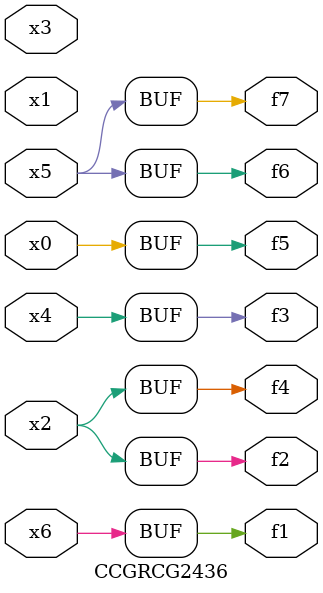
<source format=v>
module CCGRCG2436(
	input x0, x1, x2, x3, x4, x5, x6,
	output f1, f2, f3, f4, f5, f6, f7
);
	assign f1 = x6;
	assign f2 = x2;
	assign f3 = x4;
	assign f4 = x2;
	assign f5 = x0;
	assign f6 = x5;
	assign f7 = x5;
endmodule

</source>
